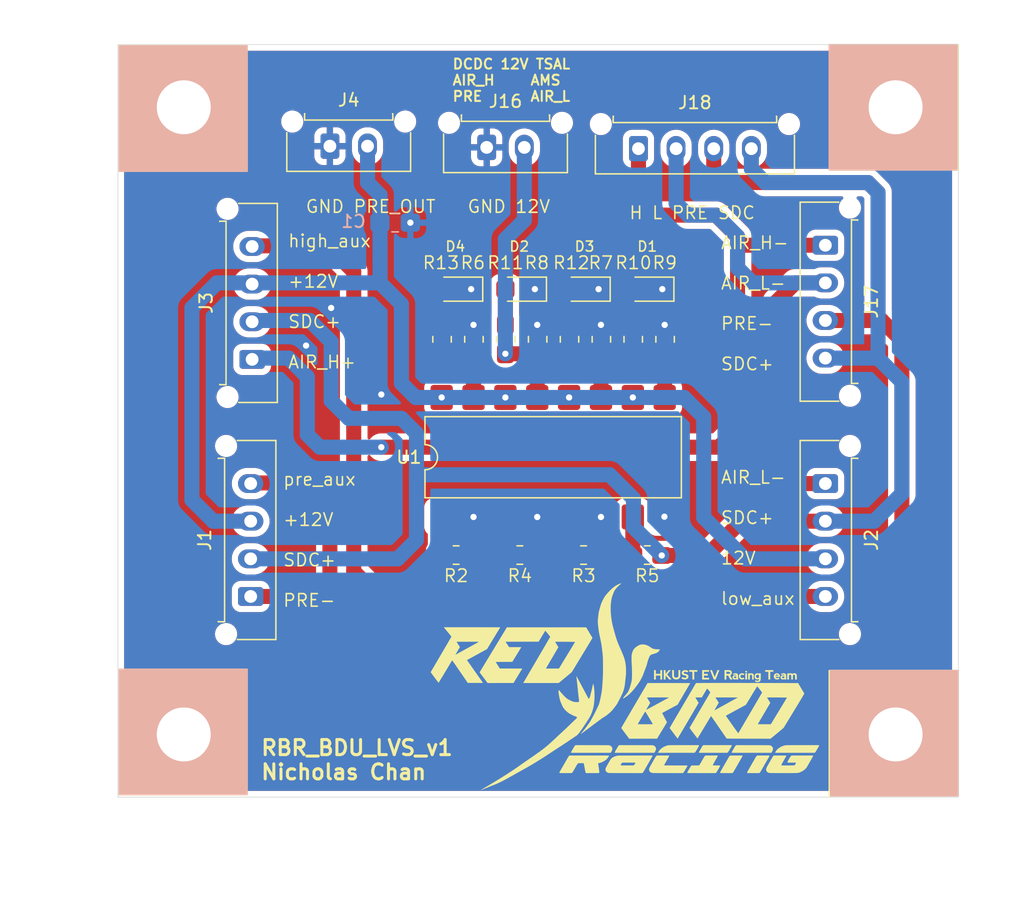
<source format=kicad_pcb>
(kicad_pcb (version 20241229) (generator "pcbnew") (generator_version "9.0")
  (layers (0 "F.Cu" signal) (2 "B.Cu" signal) (13 "F.Paste" user) (15 "B.Paste" user) (5 "F.SilkS" user "F.Silkscreen") (7 "B.SilkS" user "B.Silkscreen") (1 "F.Mask" user) (3 "B.Mask" user) (25 "Edge.Cuts" user))
  (net 0 "")
  (net 1 "+12V")
  (net 2 "GND")
  (net 3 "Net-(R5-Pad2)")
  (net 4 "Net-(R3-Pad2)")
  (net 5 "Net-(R2-Pad2)")
  (net 6 "/low_out")
  (net 7 "/pre_out")
  (net 8 "PRE-")
  (net 9 "Net-(R4-Pad2)")
  (net 10 "/high_out")
  (net 11 "/sdc_out")
  (net 12 "Net-(D1-A)")
  (net 13 "Net-(D2-A)")
  (net 14 "Net-(D3-A)")
  (net 15 "Net-(D4-A)")
  (net 16 "AIR_H-")
  (net 17 "/high_aux")
  (net 18 "SDC+")
  (net 19 "/low_aux")
  (net 20 "/pre_aux")
  (net 21 "AIR_L-")
  (footprint "RMC_Resistor:R_0805_2012Metric_Pad1.20x1.40mm_HandSolder_L" (layer "F.Cu") (at 179.9625 110.7 180)
    (property "Reference" "R2" (at 0 -1.65 0) (layer "F.SilkS") (effects (font (thickness 0.125))))
    (property "Value" "1k")
    (pad "1" smd roundrect (at -1.1525 -0.0325 180) (size 1.505 1.335) (layers "F.Cu" "F.Mask" "F.Paste") (roundrect_rratio 0.208333) (net 17 "/high_aux"))
    (pad "2" smd roundrect (at 1.1525 -0.0325 180) (size 1.505 1.335) (layers "F.Cu" "F.Mask" "F.Paste") (roundrect_rratio 0.208333) (net 5 "Net-(R2-Pad2)"))
  )
  (footprint "Connector_Molex:Molex_Micro-Fit_3.0_43650-0215_1x02_P3.00mm_Vertical" (layer "F.Cu") (at 169.9 78.1)
    (property "Reference" "J4" (at 1.5 -3.67 0) (layer "F.SilkS"))
    (property "Value" "Conn_01x02")
    (pad "" np_thru_hole circle (at -3 -1.96) (size 1.27 1.27) (drill 1.27) (layers "*.Cu" "*.Mask"))
    (pad "" np_thru_hole circle (at 6 -1.96) (size 1.27 1.27) (drill 1.27) (layers "*.Cu" "*.Mask"))
    (pad "1" thru_hole roundrect (at 0 0) (size 1.5 2.02) (drill 1.02) (layers "*.Cu" "*.Mask") (roundrect_rratio 0.166667) (net 2 "GND"))
    (pad "2" thru_hole oval (at 3 0) (size 1.5 2.02) (drill 1.02) (layers "*.Cu" "*.Mask") (net 1 "+12V"))
  )
  (footprint "RMC_LED:LED_0805_2012Metric_Pad1.45x1.40mm_HandSolder" (layer "F.Cu") (at 190.145 89.5 180)
    (property "Reference" "D3" (at -0.055 3.4 0) (layer "F.SilkS") (effects (font (size 0.8 0.8) (thickness 0.125))))
    (property "Value" "LED")
    (pad "1" smd roundrect (at -1.175 0 180) (size 1.45 1.4) (layers "F.Cu" "F.Mask" "F.Paste") (roundrect_rratio 0.2173913043) (net 2 "GND"))
    (pad "2" smd roundrect (at 1.175 0 180) (size 1.45 1.4) (layers "F.Cu" "F.Mask" "F.Paste") (roundrect_rratio 0.2173913043) (net 14 "Net-(D3-A)"))
  )
  (footprint "MountingHole:MountingHole_4.3mm_M4" (layer "F.Cu") (at 215 75)
    (property "Reference" "H3" (hide yes))
    (property "Value" "MountingHole")
    (pad "" np_thru_hole circle (at 0 0) (size 4.3 4.3) (drill 4.3) (layers "*.Cu" "*.Mask"))
  )
  (footprint "RMC_Resistor:R_0805_2012Metric_Pad1.20x1.40mm_HandSolder_L" (layer "F.Cu") (at 186.4625 93.5 90)
    (property "Reference" "R8" (at 6.1 -0.0625 0) (layer "F.SilkS") (effects (font (thickness 0.125))))
    (property "Value" "4k7")
    (pad "1" smd roundrect (at -1.1525 -0.0325 90) (size 1.505 1.335) (layers "F.Cu" "F.Mask" "F.Paste") (roundrect_rratio 0.208333) (net 7 "/pre_out"))
    (pad "2" smd roundrect (at 1.1525 -0.0325 90) (size 1.505 1.335) (layers "F.Cu" "F.Mask" "F.Paste") (roundrect_rratio 0.208333) (net 2 "GND"))
  )
  (footprint "Connector_Molex:Molex_Micro-Fit_3.0_43650-0415_1x04_P3.00mm_Vertical" (layer "F.Cu") (at 209.4 86 -90)
    (property "Reference" "J17" (at 4.5 -3.67 270) (layer "F.SilkS"))
    (property "Value" "AMS")
    (pad "" np_thru_hole circle (at -3 -1.96 270) (size 1.27 1.27) (drill 1.27) (layers "*.Cu" "*.Mask"))
    (pad "" np_thru_hole circle (at 12 -1.96 270) (size 1.27 1.27) (drill 1.27) (layers "*.Cu" "*.Mask"))
    (pad "1" thru_hole roundrect (at 0 0 270) (size 1.5 2.02) (drill 1.02) (layers "*.Cu" "*.Mask") (roundrect_rratio 0.166667) (net 16 "AIR_H-"))
    (pad "2" thru_hole oval (at 3 0 270) (size 1.5 2.02) (drill 1.02) (layers "*.Cu" "*.Mask") (net 21 "AIR_L-"))
    (pad "3" thru_hole oval (at 6 0 270) (size 1.5 2.02) (drill 1.02) (layers "*.Cu" "*.Mask") (net 8 "PRE-"))
    (pad "4" thru_hole oval (at 9 0 270) (size 1.5 2.02) (drill 1.02) (layers "*.Cu" "*.Mask") (net 18 "SDC+"))
  )
  (footprint "RMC_Resistor:R_0805_2012Metric_Pad1.20x1.40mm_HandSolder_L" (layer "F.Cu") (at 178.8425 93.5 90)
    (property "Reference" "R13" (at 6.1 -0.0825 180) (layer "F.SilkS") (effects (font (thickness 0.125))))
    (property "Value" "1k")
    (pad "1" smd roundrect (at -1.1525 -0.0325 90) (size 1.505 1.335) (layers "F.Cu" "F.Mask" "F.Paste") (roundrect_rratio 0.208333) (net 10 "/high_out"))
    (pad "2" smd roundrect (at 1.1525 -0.0325 90) (size 1.505 1.335) (layers "F.Cu" "F.Mask" "F.Paste") (roundrect_rratio 0.208333) (net 15 "Net-(D4-A)"))
  )
  (footprint "Connector_Molex:Molex_Micro-Fit_3.0_43650-0415_1x04_P3.00mm_Vertical" (layer "F.Cu") (at 163.7 95.1 90)
    (property "Reference" "J3" (at 4.5 -3.67 90) (layer "F.SilkS"))
    (property "Value" "Relay connector")
    (pad "" np_thru_hole circle (at -3 -1.96 90) (size 1.27 1.27) (drill 1.27) (layers "*.Cu" "*.Mask"))
    (pad "" np_thru_hole circle (at 12 -1.96 90) (size 1.27 1.27) (drill 1.27) (layers "*.Cu" "*.Mask"))
    (pad "1" thru_hole roundrect (at 0 0 90) (size 1.5 2.02) (drill 1.02) (layers "*.Cu" "*.Mask") (roundrect_rratio 0.166667) (net 16 "AIR_H-"))
    (pad "2" thru_hole oval (at 3 0 90) (size 1.5 2.02) (drill 1.02) (layers "*.Cu" "*.Mask") (net 18 "SDC+"))
    (pad "3" thru_hole oval (at 6 0 90) (size 1.5 2.02) (drill 1.02) (layers "*.Cu" "*.Mask") (net 1 "+12V"))
    (pad "4" thru_hole oval (at 9 0 90) (size 1.5 2.02) (drill 1.02) (layers "*.Cu" "*.Mask") (net 17 "/high_aux"))
  )
  (footprint "RMC_Resistor:R_0805_2012Metric_Pad1.20x1.40mm_HandSolder_L" (layer "F.Cu") (at 196.6225 93.5 90)
    (property "Reference" "R9" (at 6.1 -0.0225 180) (layer "F.SilkS") (effects (font (thickness 0.125))))
    (property "Value" "4k7")
    (pad "1" smd roundrect (at -1.1525 -0.0325 90) (size 1.505 1.335) (layers "F.Cu" "F.Mask" "F.Paste") (roundrect_rratio 0.208333) (net 11 "/sdc_out"))
    (pad "2" smd roundrect (at 1.1525 -0.0325 90) (size 1.505 1.335) (layers "F.Cu" "F.Mask" "F.Paste") (roundrect_rratio 0.208333) (net 2 "GND"))
  )
  (footprint "RMC_LED:LED_0805_2012Metric_Pad1.45x1.40mm_HandSolder" (layer "F.Cu") (at 185.065 89.5 180)
    (property "Reference" "D2" (at 0.065 3.4 0) (layer "F.SilkS") (effects (font (size 0.8 0.8) (thickness 0.125))))
    (property "Value" "LED")
    (pad "1" smd roundrect (at -1.175 0 180) (size 1.45 1.4) (layers "F.Cu" "F.Mask" "F.Paste") (roundrect_rratio 0.2173913043) (net 2 "GND"))
    (pad "2" smd roundrect (at 1.175 0 180) (size 1.45 1.4) (layers "F.Cu" "F.Mask" "F.Paste") (roundrect_rratio 0.2173913043) (net 13 "Net-(D2-A)"))
  )
  (footprint "RMC_LED:LED_0805_2012Metric_Pad1.45x1.40mm_HandSolder" (layer "F.Cu") (at 179.985 89.5 180)
    (property "Reference" "D4" (at 0.085 3.4 0) (layer "F.SilkS") (effects (font (size 0.8 0.8) (thickness 0.125))))
    (property "Value" "LED")
    (pad "1" smd roundrect (at -1.175 0 180) (size 1.45 1.4) (layers "F.Cu" "F.Mask" "F.Paste") (roundrect_rratio 0.2173913043) (net 2 "GND"))
    (pad "2" smd roundrect (at 1.175 0 180) (size 1.45 1.4) (layers "F.Cu" "F.Mask" "F.Paste") (roundrect_rratio 0.2173913043) (net 15 "Net-(D4-A)"))
  )
  (footprint "RMC_Resistor:R_0805_2012Metric_Pad1.20x1.40mm_HandSolder_L" (layer "F.Cu") (at 190.1225 110.7 180)
    (property "Reference" "R3" (at 0 -1.65 0) (layer "F.SilkS") (effects (font (thickness 0.125))))
    (property "Value" "1k")
    (pad "1" smd roundrect (at -1.1525 -0.0325 180) (size 1.505 1.335) (layers "F.Cu" "F.Mask" "F.Paste") (roundrect_rratio 0.208333) (net 19 "/low_aux"))
    (pad "2" smd roundrect (at 1.1525 -0.0325 180) (size 1.505 1.335) (layers "F.Cu" "F.Mask" "F.Paste") (roundrect_rratio 0.208333) (net 4 "Net-(R3-Pad2)"))
  )
  (footprint "Package_DIP:SMDIP-16_W9.53mm" (layer "F.Cu") (at 187.7 102.9 90)
    (property "Reference" "U1" (at 0 -11.5 0) (layer "F.SilkS"))
    (property "Value" "LTV-847S")
    (pad "1" smd roundrect (at -4.765 -8.89 90) (size 2 1.78) (layers "F.Cu" "F.Mask" "F.Paste") (roundrect_rratio 0.140449) (net 5 "Net-(R2-Pad2)"))
    (pad "2" smd roundrect (at -4.765 -6.35 90) (size 2 1.78) (layers "F.Cu" "F.Mask" "F.Paste") (roundrect_rratio 0.140449) (net 2 "GND"))
    (pad "3" smd roundrect (at -4.765 -3.81 90) (size 2 1.78) (layers "F.Cu" "F.Mask" "F.Paste") (roundrect_rratio 0.140449) (net 9 "Net-(R4-Pad2)"))
    (pad "4" smd roundrect (at -4.765 -1.27 90) (size 2 1.78) (layers "F.Cu" "F.Mask" "F.Paste") (roundrect_rratio 0.140449) (net 2 "GND"))
    (pad "5" smd roundrect (at -4.765 1.27 90) (size 2 1.78) (layers "F.Cu" "F.Mask" "F.Paste") (roundrect_rratio 0.140449) (net 4 "Net-(R3-Pad2)"))
    (pad "6" smd roundrect (at -4.765 3.81 90) (size 2 1.78) (layers "F.Cu" "F.Mask" "F.Paste") (roundrect_rratio 0.140449) (net 2 "GND"))
    (pad "7" smd roundrect (at -4.765 6.35 90) (size 2 1.78) (layers "F.Cu" "F.Mask" "F.Paste") (roundrect_rratio 0.140449) (net 3 "Net-(R5-Pad2)"))
    (pad "8" smd roundrect (at -4.765 8.89 90) (size 2 1.78) (layers "F.Cu" "F.Mask" "F.Paste") (roundrect_rratio 0.140449) (net 2 "GND"))
    (pad "9" smd roundrect (at 4.765 8.89 90) (size 2 1.78) (layers "F.Cu" "F.Mask" "F.Paste") (roundrect_rratio 0.140449) (net 11 "/sdc_out"))
    (pad "10" smd roundrect (at 4.765 6.35 90) (size 2 1.78) (layers "F.Cu" "F.Mask" "F.Paste") (roundrect_rratio 0.140449) (net 1 "+12V"))
    (pad "11" smd roundrect (at 4.765 3.81 90) (size 2 1.78) (layers "F.Cu" "F.Mask" "F.Paste") (roundrect_rratio 0.140449) (net 6 "/low_out"))
    (pad "12" smd roundrect (at 4.765 1.27 90) (size 2 1.78) (layers "F.Cu" "F.Mask" "F.Paste") (roundrect_rratio 0.140449) (net 1 "+12V"))
    (pad "13" smd roundrect (at 4.765 -1.27 90) (size 2 1.78) (layers "F.Cu" "F.Mask" "F.Paste") (roundrect_rratio 0.140449) (net 7 "/pre_out"))
    (pad "14" smd roundrect (at 4.765 -3.81 90) (size 2 1.78) (layers "F.Cu" "F.Mask" "F.Paste") (roundrect_rratio 0.140449) (net 1 "+12V"))
    (pad "15" smd roundrect (at 4.765 -6.35 90) (size 2 1.78) (layers "F.Cu" "F.Mask" "F.Paste") (roundrect_rratio 0.140449) (net 10 "/high_out"))
    (pad "16" smd roundrect (at 4.765 -8.89 90) (size 2 1.78) (layers "F.Cu" "F.Mask" "F.Paste") (roundrect_rratio 0.140449) (net 1 "+12V"))
  )
  (footprint "RMC_Resistor:R_0805_2012Metric_Pad1.20x1.40mm_HandSolder_L" (layer "F.Cu") (at 195.2025 110.7 180)
    (property "Reference" "R5" (at 0 -1.65 0) (layer "F.SilkS") (effects (font (thickness 0.125))))
    (property "Value" "1k")
    (pad "1" smd roundrect (at -1.1525 -0.0325 180) (size 1.505 1.335) (layers "F.Cu" "F.Mask" "F.Paste") (roundrect_rratio 0.208333) (net 18 "SDC+"))
    (pad "2" smd roundrect (at 1.1525 -0.0325 180) (size 1.505 1.335) (layers "F.Cu" "F.Mask" "F.Paste") (roundrect_rratio 0.208333) (net 3 "Net-(R5-Pad2)"))
  )
  (footprint "RMC_LED:LED_0805_2012Metric_Pad1.45x1.40mm_HandSolder" (layer "F.Cu") (at 195.225 89.5 180)
    (property "Reference" "D1" (at 0.025 3.4 0) (layer "F.SilkS") (effects (font (size 0.8 0.8) (thickness 0.125))))
    (property "Value" "LED")
    (pad "1" smd roundrect (at -1.175 0 180) (size 1.45 1.4) (layers "F.Cu" "F.Mask" "F.Paste") (roundrect_rratio 0.2173913043) (net 2 "GND"))
    (pad "2" smd roundrect (at 1.175 0 180) (size 1.45 1.4) (layers "F.Cu" "F.Mask" "F.Paste") (roundrect_rratio 0.2173913043) (net 12 "Net-(D1-A)"))
  )
  (footprint "RMC_Resistor:R_0805_2012Metric_Pad1.20x1.40mm_HandSolder_L" (layer "F.Cu") (at 189.0025 93.5 90)
    (property "Reference" "R12" (at 6.1 0.1425 0) (layer "F.SilkS") (effects (font (thickness 0.125))))
    (property "Value" "1k")
    (pad "1" smd roundrect (at -1.1525 -0.0325 90) (size 1.505 1.335) (layers "F.Cu" "F.Mask" "F.Paste") (roundrect_rratio 0.208333) (net 6 "/low_out"))
    (pad "2" smd roundrect (at 1.1525 -0.0325 90) (size 1.505 1.335) (layers "F.Cu" "F.Mask" "F.Paste") (roundrect_rratio 0.208333) (net 14 "Net-(D3-A)"))
  )
  (footprint "RMC_Resistor:R_0805_2012Metric_Pad1.20x1.40mm_HandSolder_L" (layer "F.Cu") (at 194.0825 93.5 90)
    (property "Reference" "R10" (at 6.1 0.0175 180) (layer "F.SilkS") (effects (font (thickness 0.125))))
    (property "Value" "1k")
    (pad "1" smd roundrect (at -1.1525 -0.0325 90) (size 1.505 1.335) (layers "F.Cu" "F.Mask" "F.Paste") (roundrect_rratio 0.208333) (net 11 "/sdc_out"))
    (pad "2" smd roundrect (at 1.1525 -0.0325 90) (size 1.505 1.335) (layers "F.Cu" "F.Mask" "F.Paste") (roundrect_rratio 0.208333) (net 12 "Net-(D1-A)"))
  )
  (footprint "RBR_logo:RBR_logo" (layer "F.Cu") (at 193.7 121.1)
    (property "Reference" "G***" (hide yes))
    (property "Value" "LOGO" (hide yes))
  )
  (footprint "Connector_Molex:Molex_Micro-Fit_3.0_43650-0415_1x04_P3.00mm_Vertical" (layer "F.Cu") (at 194.5 78.3)
    (property "Reference" "J18" (at 4.5 -3.67 0) (layer "F.SilkS"))
    (property "Value" "TSAL_G")
    (pad "" np_thru_hole circle (at -3 -1.96) (size 1.27 1.27) (drill 1.27) (layers "*.Cu" "*.Mask"))
    (pad "" np_thru_hole circle (at 12 -1.96) (size 1.27 1.27) (drill 1.27) (layers "*.Cu" "*.Mask"))
    (pad "1" thru_hole roundrect (at 0 0) (size 1.5 2.02) (drill 1.02) (layers "*.Cu" "*.Mask") (roundrect_rratio 0.166667) (net 16 "AIR_H-"))
    (pad "2" thru_hole oval (at 3 0) (size 1.5 2.02) (drill 1.02) (layers "*.Cu" "*.Mask") (net 21 "AIR_L-"))
    (pad "3" thru_hole oval (at 6 0) (size 1.5 2.02) (drill 1.02) (layers "*.Cu" "*.Mask") (net 8 "PRE-"))
    (pad "4" thru_hole oval (at 9 0) (size 1.5 2.02) (drill 1.02) (layers "*.Cu" "*.Mask") (net 18 "SDC+"))
  )
  (footprint "Connector_Molex:Molex_Micro-Fit_3.0_43650-0215_1x02_P3.00mm_Vertical" (layer "F.Cu") (at 182.4 78.2)
    (property "Reference" "J16" (at 1.5 -3.67 0) (layer "F.SilkS"))
    (property "Value" "DCDC")
    (pad "" np_thru_hole circle (at -3 -1.96) (size 1.27 1.27) (drill 1.27) (layers "*.Cu" "*.Mask"))
    (pad "" np_thru_hole circle (at 6 -1.96) (size 1.27 1.27) (drill 1.27) (layers "*.Cu" "*.Mask"))
    (pad "1" thru_hole roundrect (at 0 0) (size 1.5 2.02) (drill 1.02) (layers "*.Cu" "*.Mask") (roundrect_rratio 0.166667) (net 2 "GND"))
    (pad "2" thru_hole oval (at 3 0) (size 1.5 2.02) (drill 1.02) (layers "*.Cu" "*.Mask") (net 7 "/pre_out"))
  )
  (footprint "MountingHole:MountingHole_4.3mm_M4" (layer "F.Cu") (at 158.25 75)
    (property "Reference" "H2" (hide yes))
    (property "Value" "MountingHole")
    (pad "" np_thru_hole circle (at 0 0) (size 4.3 4.3) (drill 4.3) (layers "*.Cu" "*.Mask"))
  )
  (footprint "MountingHole:MountingHole_4.3mm_M4" (layer "F.Cu") (at 158.25 125)
    (property "Reference" "H5" (hide yes))
    (property "Value" "MountingHole")
    (pad "" np_thru_hole circle (at 0 0) (size 4.3 4.3) (drill 4.3) (layers "*.Cu" "*.Mask"))
  )
  (footprint "RMC_Resistor:R_0805_2012Metric_Pad1.20x1.40mm_HandSolder_L" (layer "F.Cu") (at 181.3825 93.5 90)
    (property "Reference" "R6" (at 6.1 -0.0825 180) (layer "F.SilkS") (effects (font (thickness 0.125))))
    (property "Value" "4k7")
    (pad "1" smd roundrect (at -1.1525 -0.0325 90) (size 1.505 1.335) (layers "F.Cu" "F.Mask" "F.Paste") (roundrect_rratio 0.208333) (net 10 "/high_out"))
    (pad "2" smd roundrect (at 1.1525 -0.0325 90) (size 1.505 1.335) (layers "F.Cu" "F.Mask" "F.Paste") (roundrect_rratio 0.208333) (net 2 "GND"))
  )
  (footprint "Connector_Molex:Molex_Micro-Fit_3.0_43650-0415_1x04_P3.00mm_Vertical" (layer "F.Cu") (at 209.4 105 -90)
    (property "Reference" "J2" (at 4.5 -3.67 270) (layer "F.SilkS"))
    (property "Value" "Relay connector")
    (pad "" np_thru_hole circle (at -3 -1.96 270) (size 1.27 1.27) (drill 1.27) (layers "*.Cu" "*.Mask"))
    (pad "" np_thru_hole circle (at 12 -1.96 270) (size 1.27 1.27) (drill 1.27) (layers "*.Cu" "*.Mask"))
    (pad "1" thru_hole roundrect (at 0 0 270) (size 1.5 2.02) (drill 1.02) (layers "*.Cu" "*.Mask") (roundrect_rratio 0.166667) (net 21 "AIR_L-"))
    (pad "2" thru_hole oval (at 3 0 270) (size 1.5 2.02) (drill 1.02) (layers "*.Cu" "*.Mask") (net 18 "SDC+"))
    (pad "3" thru_hole oval (at 6 0 270) (size 1.5 2.02) (drill 1.02) (layers "*.Cu" "*.Mask") (net 1 "+12V"))
    (pad "4" thru_hole oval (at 9 0 270) (size 1.5 2.02) (drill 1.02) (layers "*.Cu" "*.Mask") (net 19 "/low_aux"))
  )
  (footprint "MountingHole:MountingHole_4.3mm_M4" (layer "F.Cu") (at 215 125)
    (property "Reference" "H6" (hide yes))
    (property "Value" "MountingHole")
    (pad "" np_thru_hole circle (at 0 0) (size 4.3 4.3) (drill 4.3) (layers "*.Cu" "*.Mask"))
  )
  (footprint "RMC_Resistor:R_0805_2012Metric_Pad1.20x1.40mm_HandSolder_L" (layer "F.Cu") (at 183.9225 93.5 90)
    (property "Reference" "R11" (at 6.1 -0.0225 0) (layer "F.SilkS") (effects (font (thickness 0.125))))
    (property "Value" "1k")
    (pad "1" smd roundrect (at -1.1525 -0.0325 90) (size 1.505 1.335) (layers "F.Cu" "F.Mask" "F.Paste") (roundrect_rratio 0.208333) (net 7 "/pre_out"))
    (pad "2" smd roundrect (at 1.1525 -0.0325 90) (size 1.505 1.335) (layers "F.Cu" "F.Mask" "F.Paste") (roundrect_rratio 0.208333) (net 13 "Net-(D2-A)"))
  )
  (footprint "Connector_Molex:Molex_Micro-Fit_3.0_43650-0415_1x04_P3.00mm_Vertical" (layer "F.Cu") (at 163.585 114 90)
    (property "Reference" "J1" (at 4.5 -3.67 90) (layer "F.SilkS"))
    (property "Value" "Relay connector")
    (pad "" np_thru_hole circle (at -3 -1.96 90) (size 1.27 1.27) (drill 1.27) (layers "*.Cu" "*.Mask"))
    (pad "" np_thru_hole circle (at 12 -1.96 90) (size 1.27 1.27) (drill 1.27) (layers "*.Cu" "*.Mask"))
    (pad "1" thru_hole roundrect (at 0 0 90) (size 1.5 2.02) (drill 1.02) (layers "*.Cu" "*.Mask") (roundrect_rratio 0.166667) (net 8 "PRE-"))
    (pad "2" thru_hole oval (at 3 0 90) (size 1.5 2.02) (drill 1.02) (layers "*.Cu" "*.Mask") (net 18 "SDC+"))
    (pad "3" thru_hole oval (at 6 0 90) (size 1.5 2.02) (drill 1.02) (layers "*.Cu" "*.Mask") (net 1 "+12V"))
    (pad "4" thru_hole oval (at 9 0 90) (size 1.5 2.02) (drill 1.02) (layers "*.Cu" "*.Mask") (net 20 "/pre_aux"))
  )
  (footprint "RMC_Resistor:R_0805_2012Metric_Pad1.20x1.40mm_HandSolder_L" (layer "F.Cu") (at 185.0425 110.7 180)
    (property "Reference" "R4" (at 0 -1.65 0) (layer "F.SilkS") (effects (font (thickness 0.125))))
    (property "Value" "1k")
    (pad "1" smd roundrect (at -1.1525 -0.0325 180) (size 1.505 1.335) (layers "F.Cu" "F.Mask" "F.Paste") (roundrect_rratio 0.208333) (net 20 "/pre_aux"))
    (pad "2" smd roundrect (at 1.1525 -0.0325 180) (size 1.505 1.335) (layers "F.Cu" "F.Mask" "F.Paste") (roundrect_rratio 0.208333) (net 9 "Net-(R4-Pad2)"))
  )
  (footprint "RMC_Resistor:R_0805_2012Metric_Pad1.20x1.40mm_HandSolder_L" (layer "F.Cu") (at 191.5425 93.5 90)
    (property "Reference" "R7" (at 6.1 -0.0425 0) (layer "F.SilkS") (effects (font (thickness 0.125))))
    (property "Value" "4k7")
    (pad "1" smd roundrect (at -1.1525 -0.0325 90) (size 1.505 1.335) (layers "F.Cu" "F.Mask" "F.Paste") (roundrect_rratio 0.208333) (net 6 "/low_out"))
    (pad "2" smd roundrect (at 1.1525 -0.0325 90) (size 1.505 1.335) (layers "F.Cu" "F.Mask" "F.Paste") (roundrect_rratio 0.208333) (net 2 "GND"))
  )
  (footprint "RMC_Capacitor:C_0805_2012Metric_Pad1.18x1.45mm_HandSolder_L" (layer "B.Cu") (at 175.1 84.2)
    (property "Reference" "C1" (at -3.3156 -0.1 180) (layer "B.SilkS") (effects (justify mirror)))
    (property "Value" "10uF" (hide yes))
    (pad "1" smd roundrect (at -1.2156 0.0069) (size 1.5312 1.4362) (layers "B.Cu" "B.Mask" "B.Paste") (roundrect_rratio 0.212766) (net 1 "+12V"))
    (pad "2" smd roundrect (at 1.2156 0) (size 1.5312 1.45) (layers "B.Cu" "B.Mask" "B.Paste") (roundrect_rratio 0.212766) (net 2 "GND"))
  )
  (gr_rect (start 153.1 70.1) (end 163.3 80.1) (stroke (width 0.1)) (fill yes) (layer "F.SilkS"))
  (gr_rect (start 209.8 70) (end 220 80) (stroke (width 0.1)) (fill yes) (layer "F.SilkS"))
  (gr_rect (start 153.1 119.8) (end 163.3 129.8) (stroke (width 0.1)) (fill yes) (layer "F.SilkS"))
  (gr_rect (start 209.7 119.9) (end 219.9 129.9) (stroke (width 0.1)) (fill yes) (layer "F.SilkS"))
  (gr_rect (start 209.7 70) (end 219.9 80) (stroke (width 0.1)) (fill yes) (layer "B.SilkS"))
  (gr_rect (start 153.1 119.8) (end 163.3 129.8) (stroke (width 0.1)) (fill yes) (layer "B.SilkS"))
  (gr_rect (start 153.1 70.1) (end 163.3 80.1) (stroke (width 0.1)) (fill yes) (layer "B.SilkS"))
  (gr_rect (start 209.8 119.9) (end 220 129.9) (stroke (width 0.1)) (fill yes) (layer "B.SilkS"))
  (gr_rect (start 153 70) (end 220 130) (stroke (width 0.05)) (fill no) (layer "Edge.Cuts"))
  (gr_text "GND PRE_OUT" (at 167.9 83.5 0) (layer "F.SilkS") (effects (font (size 1 1) (thickness 0.125)) (justify left bottom)))
  (gr_text "RBR_BDU_LVS_v1\nNicholas Chan" (at 164.3 128.7 0) (layer "F.SilkS") (effects (font (size 1.2 1.2) (thickness 0.24) (bold yes)) (justify left bottom)))
  (gr_text "pre_aux\n\n+12V\n\nSDC+\n\nPRE-" (at 166.1 114.900457 0) (layer "F.SilkS") (effects (font (size 1 1) (thickness 0.125)) (justify left bottom)))
  (gr_text "H L PRE SDC" (at 193.7 84 0) (layer "F.SilkS") (effects (font (size 1 1) (thickness 0.125)) (justify left bottom)))
  (gr_text "AIR_H-\n\nAIR_L-\n\nPRE-\n\nSDC+" (at 201 96.050457 0) (layer "F.SilkS") (effects (font (size 1 1) (thickness 0.125)) (justify left bottom)))
  (gr_text "AIR_L-\n\nSDC+\n\n12V\n\nlow_aux" (at 201 114.750457 0) (layer "F.SilkS") (effects (font (size 1 1) (thickness 0.125)) (justify left bottom)))
  (gr_text "high_aux\n\n+12V\n\nSDC+\n\nAIR_H+" (at 166.5 95.900457 0) (layer "F.SilkS") (effects (font (size 1 1) (thickness 0.125)) (justify left bottom)))
  (gr_text "GND 12V" (at 180.8 83.5 0) (layer "F.SilkS") (effects (font (size 1 1) (thickness 0.125)) (justify left bottom)))
  (gr_text "DCDC 12V TSAL\nAIR_H	AMS\nPRE		AIR_L" (at 179.6 74.6 0) (layer "F.SilkS") (effects (font (size 0.8 0.8) (thickness 0.16) (bold yes)) (justify left bottom)))
  (via (at 178.81 98.135) (size 1) (drill 0.5) (layers "F.Cu" "B.Cu") (net 1))
  (via (at 194.05 98.135) (size 1) (drill 0.5) (layers "F.Cu" "B.Cu") (net 1))
  (via (at 188.97 98.135) (size 1) (drill 0.5) (layers "F.Cu" "B.Cu") (net 1))
  (via (at 183.89 98.135) (size 1) (drill 0.5) (layers "F.Cu" "B.Cu") (net 1))
  (segment (start 199.7 107.7) (end 199.7 99.7) (width 1.2) (layer "B.Cu") (net 1))
  (segment (start 199.7 99.7) (end 198.135 98.135) (width 1.2) (layer "B.Cu") (net 1))
  (segment (start 178.81 98.135) (end 176.735 98.135) (width 1.2) (layer "B.Cu") (net 1))
  (segment (start 198.135 98.135) (end 194.05 98.135) (width 1.2) (layer "B.Cu") (net 1))
  (segment (start 160.6 108) (end 158.9 106.3) (width 1.2) (layer "B.Cu") (net 1))
  (segment (start 203 111) (end 199.7 107.7) (width 1.2) (layer "B.Cu") (net 1))
  (segment (start 163.52 108) (end 160.6 108) (width 1.2) (layer "B.Cu") (net 1))
  (segment (start 209.38 111) (end 203 111) (width 1.2) (layer "B.Cu") (net 1))
  (segment (start 158.9 106.3) (end 158.9 91) (width 1.2) (layer "B.Cu") (net 1))
  (segment (start 194.05 98.135) (end 188.97 98.135) (width 1.2) (layer "B.Cu") (net 1))
  (segment (start 173.9 89) (end 173.9 82) (width 1.2) (layer "B.Cu") (net 1))
  (segment (start 173.9 82) (end 172.9 81) (width 1.2) (layer "B.Cu") (net 1))
  (segment (start 160.9 89) (end 163.47 89) (width 1.2) (layer "B.Cu") (net 1))
  (segment (start 175.6 90.7) (end 173.9 89) (width 1.2) (layer "B.Cu") (net 1))
  (segment (start 173.9 89) (end 163.57 89) (width 1.2) (layer "B.Cu") (net 1))
  (segment (start 176.735 98.135) (end 175.6 97) (width 1.2) (layer "B.Cu") (net 1))
  (segment (start 183.89 98.135) (end 178.81 98.135) (width 1.2) (layer "B.Cu") (net 1))
  (segment (start 158.9 91) (end 160.9 89) (width 1.2) (layer "B.Cu") (net 1))
  (segment (start 175.6 97) (end 175.6 90.7) (width 1.2) (layer "B.Cu") (net 1))
  (segment (start 172.9 81) (end 172.9 78.1) (width 1.2) (layer "B.Cu") (net 1))
  (segment (start 188.97 98.135) (end 183.89 98.135) (width 1.2) (layer "B.Cu") (net 1))
  (via (at 191.32 89.5) (size 1) (drill 0.5) (layers "F.Cu" "B.Cu") (net 2))
  (via (at 186.43 107.665) (size 1) (drill 0.5) (layers "F.Cu" "B.Cu") (net 2))
  (via (at 176.3156 84.2) (size 1) (drill 0.5) (layers "F.Cu" "B.Cu") (net 2))
  (via (at 191.51 107.665) (size 1) (drill 0.5) (layers "F.Cu" "B.Cu") (net 2))
  (via (at 186.24 89.5) (size 1) (drill 0.5) (layers "F.Cu" "B.Cu") (net 2))
  (via (at 181.35 92.3475) (size 1) (drill 0.5) (layers "F.Cu" "B.Cu") (net 2))
  (via (at 168 94) (size 1) (drill 0.5) (layers "F.Cu" "B.Cu") (net 2))
  (via (at 196.567714 107.641042) (size 1) (drill 0.5) (layers "F.Cu" "B.Cu") (net 2))
  (via (at 181.35 107.665) (size 1) (drill 0.5) (layers "F.Cu" "B.Cu") (net 2))
  (via (at 196.4 89.5) (size 1) (drill 0.5) (layers "F.Cu" "B.Cu") (net 2))
  (via (at 174 97.9) (size 1) (drill 0.5) (layers "F.Cu" "B.Cu") (net 2))
  (via (at 181.16 89.5) (size 1) (drill 0.5) (layers "F.Cu" "B.Cu") (net 2))
  (via (at 196.59 92.3475) (size 1) (drill 0.5) (layers "F.Cu" "B.Cu") (net 2))
  (via (at 170 91) (size 1) (drill 0.5) (layers "F.Cu" "B.Cu") (net 2))
  (via (at 191.51 92.3475) (size 1) (drill 0.5) (layers "F.Cu" "B.Cu") (net 2))
  (via (at 186.43 92.3475) (size 1) (drill 0.5) (layers "F.Cu" "B.Cu") (net 2))
  (segment (start 194.05 107.665) (end 194.05 110.7325) (width 1.2) (layer "F.Cu") (net 3))
  (segment (start 188.97 107.665) (end 188.97 110.7325) (width 1.2) (layer "F.Cu") (net 4))
  (segment (start 178.81 107.665) (end 178.81 110.7325) (width 1.2) (layer "F.Cu") (net 5))
  (segment (start 191.51 98.135) (end 191.51 94.6525) (width 1.2) (layer "F.Cu") (net 6))
  (segment (start 188.97 94.6525) (end 191.51 94.6525) (width 1.2) (layer "F.Cu") (net 6))
  (segment (start 186.43 98.135) (end 186.43 94.6525) (width 1.2) (layer "F.Cu") (net 7))
  (segment (start 183.89 94.6525) (end 186.43 94.6525) (width 1.2) (layer "F.Cu") (net 7))
  (via (at 183.89 94.6525) (size 1) (drill 0.5) (layers "F.Cu" "B.Cu") (net 7))
  (segment (start 185.4 84) (end 185.4 78.2) (width 1.2) (layer "B.Cu") (net 7))
  (segment (start 183.89 85.51) (end 185.4 84) (width 1.2) (layer "B.Cu") (net 7))
  (segment (start 183.89 94.6525) (end 183.89 85.51) (width 1.2) (layer "B.Cu") (net 7))
  (segment (start 200.5 80.2) (end 201.3 81) (width 1.2) (layer "F.Cu") (net 8))
  (segment (start 200.5 78.3) (end 200.5 80.2) (width 1.2) (layer "F.Cu") (net 8))
  (segment (start 212.8 81) (end 213.6 81.8) (width 1.2) (layer "F.Cu") (net 8))
  (segment (start 213.6 91.7) (end 213.9 92) (width 1.2) (layer "F.Cu") (net 8))
  (segment (start 168.6 114) (end 170 115.4) (width 1.2) (layer "F.Cu") (net 8))
  (segment (start 215.5 117.2) (end 215.5 93.6) (width 1.2) (layer "F.Cu") (net 8))
  (segment (start 201.3 81) (end 212.8 81) (width 1.2) (layer "F.Cu") (net 8))
  (segment (start 170 115.4) (end 170 118.4) (width 1.2) (layer "F.Cu") (net 8))
  (segment (start 213.9 92) (end 209.43 92) (width 1.2) (layer "F.Cu") (net 8))
  (segment (start 170 118.4) (end 171.4 119.8) (width 1.2) (layer "F.Cu") (net 8))
  (segment (start 212.9 119.8) (end 215.5 117.2) (width 1.2) (layer "F.Cu") (net 8))
  (segment (start 213.6 81.8) (end 213.6 91.7) (width 1.2) (layer "F.Cu") (net 8))
  (segment (start 171.4 119.8) (end 212.9 119.8) (width 1.2) (layer "F.Cu") (net 8))
  (segment (start 163.52 114) (end 168.6 114) (width 1.2) (layer "F.Cu") (net 8))
  (segment (start 215.5 93.6) (end 213.9 92) (width 1.2) (layer "F.Cu") (net 8))
  (segment (start 183.89 107.665) (end 183.89 110.7325) (width 1.2) (layer "F.Cu") (net 9))
  (segment (start 178.81 94.6525) (end 181.35 94.6525) (width 1.2) (layer "F.Cu") (net 10))
  (segment (start 181.35 98.135) (end 181.35 94.6525) (width 1.2) (layer "F.Cu") (net 10))
  (segment (start 196.59 98.135) (end 196.59 94.6525) (width 1.2) (layer "F.Cu") (net 11))
  (segment (start 194.05 94.6525) (end 196.59 94.6525) (width 1.2) (layer "F.Cu") (net 11))
  (segment (start 194.05 92.3475) (end 194.05 89.5) (width 1.2) (layer "F.Cu") (net 12))
  (segment (start 183.89 92.3475) (end 183.89 89.5) (width 1.2) (layer "F.Cu") (net 13))
  (segment (start 188.97 92.3475) (end 188.97 89.5) (width 1.2) (layer "F.Cu") (net 14))
  (segment (start 178.81 92.3475) (end 178.81 89.5) (width 1.2) (layer "F.Cu") (net 15))
  (segment (start 200.675 83.6) (end 195.6 83.6) (width 1.2) (layer "F.Cu") (net 16))
  (segment (start 202.4 88.5) (end 202.4 86) (width 1.2) (layer "F.Cu") (net 16))
  (segment (start 200.9 102.1) (end 202.4 100.6) (width 1.2) (layer "F.Cu") (net 16))
  (segment (start 174 102.1) (end 200.9 102.1) (width 1.2) (layer "F.Cu") (net 16))
  (segment (start 194.5 82.5) (end 194.5 78.3) (width 1.2) (layer "F.Cu") (net 16))
  (segment (start 195.6 83.6) (end 194.5 82.5) (width 1.2) (layer "F.Cu") (net 16))
  (segment (start 202.4 86) (end 209.28 86) (width 1.2) (layer "F.Cu") (net 16))
  (segment (start 202.4 100.6) (end 202.4 88.5) (width 1.2) (layer "F.Cu") (net 16))
  (segment (start 202.4 85.325) (end 200.675 83.6) (width 1.2) (layer "F.Cu") (net 16))
  (segment (start 202.4 86) (end 202.4 85.325) (width 1.2) (layer "F.Cu") (net 16))
  (via (at 174 102.1) (size 1) (drill 0.5) (layers "F.Cu" "B.Cu") (net 16))
  (segment (start 166.6 95) (end 163.52 95) (width 1.2) (layer "B.Cu") (net 16))
  (segment (start 168.1 101.1) (end 168.1 96.5) (width 1.2) (layer "B.Cu") (net 16))
  (segment (start 174 102.1) (end 169.1 102.1) (width 1.2) (layer "B.Cu") (net 16))
  (segment (start 169.1 102.1) (end 168.1 101.1) (width 1.2) (layer "B.Cu") (net 16))
  (segment (start 168.1 96.5) (end 166.6 95) (width 1.2) (layer "B.Cu") (net 16))
  (segment (start 173.3 113.5) (end 171.8 112) (width 1.2) (layer "F.Cu") (net 17))
  (segment (start 171.8 88.1) (end 169.75 86.05) (width 1.2) (layer "F.Cu") (net 17))
  (segment (start 169.75 86.05) (end 163.52 86.05) (width 1.2) (layer "F.Cu") (net 17))
  (segment (start 181.115 112.585) (end 180.2 113.5) (width 1.2) (layer "F.Cu") (net 17))
  (segment (start 171.8 112) (end 171.8 88.1) (width 1.2) (layer "F.Cu") (net 17))
  (segment (start 181.115 110.7325) (end 181.115 112.585) (width 1.2) (layer "F.Cu") (net 17))
  (segment (start 180.2 113.5) (end 173.3 113.5) (width 1.2) (layer "F.Cu") (net 17))
  (segment (start 163.52 110.98) (end 163.5 111) (width 1.2) (layer "F.Cu") (net 18))
  (segment (start 199.9675 110.7325) (end 196.355 110.7325) (width 1.2) (layer "F.Cu") (net 18))
  (segment (start 209.43 95) (end 209.43 95.15) (width 1.2) (layer "F.Cu") (net 18))
  (segment (start 209.43 108) (end 202.7 108) (width 1.2) (layer "F.Cu") (net 18))
  (segment (start 202.7 108) (end 199.9675 110.7325) (width 1.2) (layer "F.Cu") (net 18))
  (via (at 196.355 110.7325) (size 1) (drill 0.5) (layers "F.Cu" "B.Cu") (net 18))
  (segment (start 175.3 111) (end 176.8 109.5) (width 1.2) (layer "B.Cu") (net 18))
  (segment (start 203.5 79.9) (end 203.5 78.3) (width 1.2) (layer "B.Cu") (net 18))
  (segment (start 170 93.7) (end 168.3 92) (width 1.2) (layer "B.Cu") (net 18))
  (segment (start 215.5 96.9) (end 215.5 105.8) (width 1.2) (layer "B.Cu") (net 18))
  (segment (start 213.6 95) (end 213.6 81.8) (width 1.2) (layer "B.Cu") (net 18))
  (segment (start 209.4 95) (end 213.6 95) (width 1.2) (layer "B.Cu") (net 18))
  (segment (start 213.3 108) (end 209.4 108) (width 1.2) (layer "B.Cu") (net 18))
  (segment (start 176.8 101) (end 175.6 99.8) (width 1.2) (layer "B.Cu") (net 18))
  (segment (start 175.6 99.8) (end 171.4 99.8) (width 1.2) (layer "B.Cu") (net 18))
  (segment (start 171.4 99.8) (end 170 98.4) (width 1.2) (layer "B.Cu") (net 18))
  (segment (start 213.6 95) (end 215.5 96.9) (width 1.2) (layer "B.Cu") (net 18))
  (segment (start 170 98.4) (end 170 93.7) (width 1.2) (layer "B.Cu") (net 18))
  (segment (start 176.8 104.3) (end 192.2 104.3) (width 1.2) (layer "B.Cu") (net 18))
  (segment (start 176.8 109.5) (end 176.8 104.3) (width 1.2) (layer "B.Cu") (net 18))
  (segment (start 215.5 105.8) (end 213.3 108) (width 1.2) (layer "B.Cu") (net 18))
  (segment (start 176.8 104.3) (end 176.8 101) (width 1.2) (layer "B.Cu") (net 18))
  (segment (start 175.3 111) (end 163.585 111) (width 1.2) (layer "B.Cu") (net 18))
  (segment (start 194.1 106.2) (end 194.1 108.4775) (width 1.2) (layer "B.Cu") (net 18))
  (segment (start 209.43 95) (end 209.4 95.03) (width 1.2) (layer "B.Cu") (net 18))
  (segment (start 204.6 81) (end 203.5 79.9) (width 1.2) (layer "B.Cu") (net 18))
  (segment (start 213.6 81.8) (end 212.8 81) (width 1.2) (layer "B.Cu") (net 18))
  (segment (start 194.1 108.4775) (end 196.355 110.7325) (width 1.2) (layer "B.Cu") (net 18))
  (segment (start 212.8 81) (end 204.6 81) (width 1.2) (layer "B.Cu") (net 18))
  (segment (start 168.3 92) (end 163.52 92) (width 1.2) (layer "B.Cu") (net 18))
  (segment (start 192.2 104.3) (end 194.1 106.2) (width 1.2) (layer "B.Cu") (net 18))
  (segment (start 191.275 112.775) (end 192.5 114) (width 1.2) (layer "F.Cu") (net 19))
  (segment (start 191.275 110.7325) (end 191.275 112.775) (width 1.2) (layer "F.Cu") (net 19))
  (segment (start 192.5 114) (end 209.28 114) (width 1.2) (layer "F.Cu") (net 19))
  (segment (start 172.4 115.4) (end 169.9 112.9) (width 1.2) (layer "F.Cu") (net 20))
  (segment (start 169.9 106.4) (end 168.45 104.95) (width 1.2) (layer "F.Cu") (net 20))
  (segment (start 168.45 104.95) (end 163.52 104.95) (width 1.2) (layer "F.Cu") (net 20))
  (segment (start 184.6 115.4) (end 172.4 115.4) (width 1.2) (layer "F.Cu") (net 20))
  (segment (start 186.195 113.805) (end 184.6 115.4) (width 1.2) (layer "F.Cu") (net 20))
  (segment (start 186.195 110.7325) (end 186.195 113.805) (width 1.2) (layer "F.Cu") (net 20))
  (segment (start 169.9 112.9) (end 169.9 106.4) (width 1.2) (layer "F.Cu") (net 20))
  (segment (start 205.5 103.5) (end 205.5 90.5) (width 1.2) (layer "F.Cu") (net 21))
  (segment (start 209.28 105) (end 207 105) (width 1.2) (layer "F.Cu") (net 21))
  (segment (start 207 105) (end 205.5 103.5) (width 1.2) (layer "F.Cu") (net 21))
  (segment (start 205.5 90.5) (end 207 89) (width 1.2) (layer "F.Cu") (net 21))
  (segment (start 207 89) (end 209.08 89) (width 1.2) (layer "F.Cu") (net 21))
  (segment (start 202.4 85.3) (end 200.7 83.6) (width 1.2) (layer "B.Cu") (net 21))
  (segment (start 203.6 89) (end 202.4 87.8) (width 1.2) (layer "B.Cu") (net 21))
  (segment (start 198.45 83.6) (end 197.5 82.65) (width 1.2) (layer "B.Cu") (net 21))
  (segment (start 209.4 89) (end 203.6 89) (width 1.2) (layer "B.Cu") (net 21))
  (segment (start 200.7 83.6) (end 198.45 83.6) (width 1.2) (layer "B.Cu") (net 21))
  (segment (start 202.4 87.8) (end 202.4 85.3) (width 1.2) (layer "B.Cu") (net 21))
  (segment (start 197.5 82.65) (end 197.5 78.3) (width 1.2) (layer "B.Cu") (net 21))
  (zone (net 2) (net_name "GND") (layers "F.Cu" "B.Cu") (connect_pads (clearance 0.5)) (min_thickness 0.25) (fill yes (thermal_gap 0.5) (thermal_bridge_width 0.5))
    (polygon (pts (xy 143.6 138.187738) (xy 225.25 138.669804) (xy 225.25 66.75) (xy 143.6 66.448709)))
  )
)
</source>
